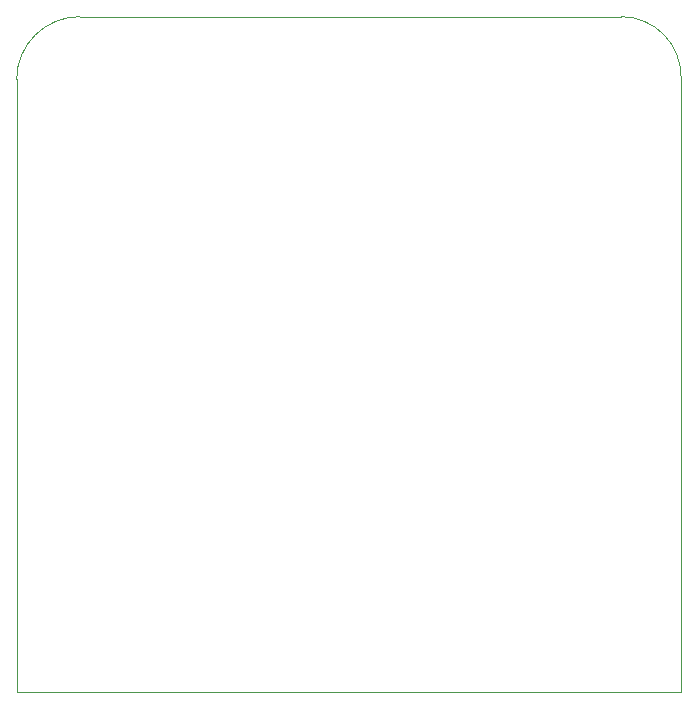
<source format=gm1>
G04*
G04 #@! TF.GenerationSoftware,Altium Limited,Altium Designer,22.8.2 (66)*
G04*
G04 Layer_Color=16711935*
%FSLAX44Y44*%
%MOMM*%
G71*
G04*
G04 #@! TF.SameCoordinates,DB24DA2D-5A1C-4FC3-BAC6-6F5E0011B9E5*
G04*
G04*
G04 #@! TF.FilePolarity,Positive*
G04*
G01*
G75*
%ADD87C,0.0000*%
D87*
X54023Y571124D02*
G03*
X254Y518117I-381J-53388D01*
G01*
X562867Y520179D02*
G03*
X511922Y571124I-50945J0D01*
G01*
X254Y-785D02*
Y518117D01*
X54023Y571124D02*
X511922D01*
X562867Y-785D02*
Y520179D01*
X254Y-785D02*
X562867D01*
M02*

</source>
